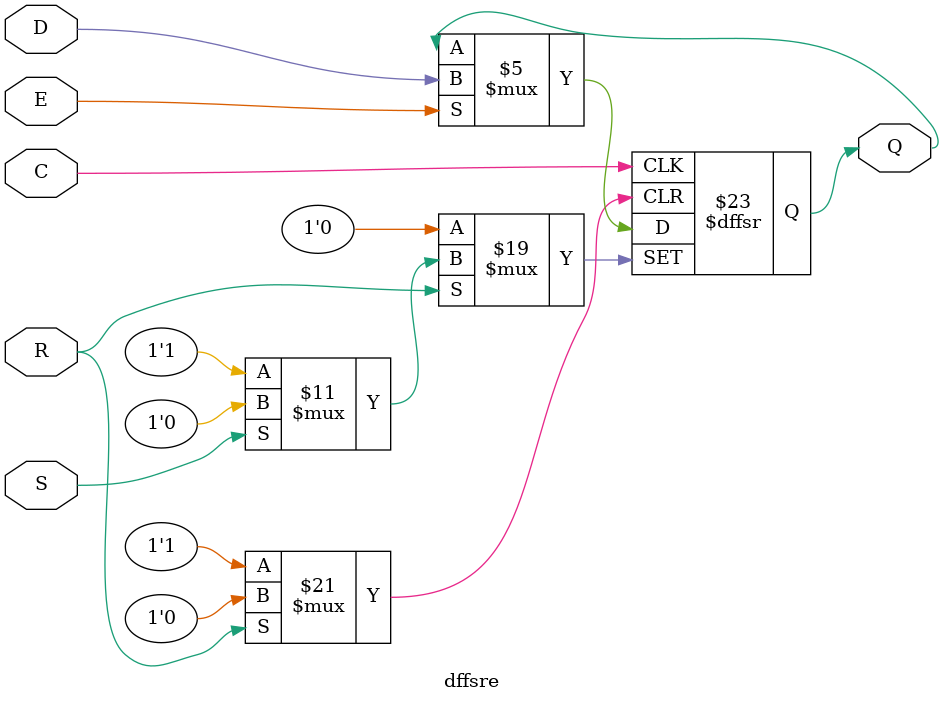
<source format=v>
module dffsre(
    output reg Q,
    input D,
    (* clkbuf_sink *)
    input C,
    input E,
    input R,
    input S
);
    parameter [0:0] INIT = 1'b0;
    initial Q = INIT;
        always @(posedge C or negedge S or negedge R)
          if (!R)
            Q <= 1'b0;
          else if (!S)
            Q <= 1'b1;
          else if (E)
            Q <= D;
endmodule
</source>
